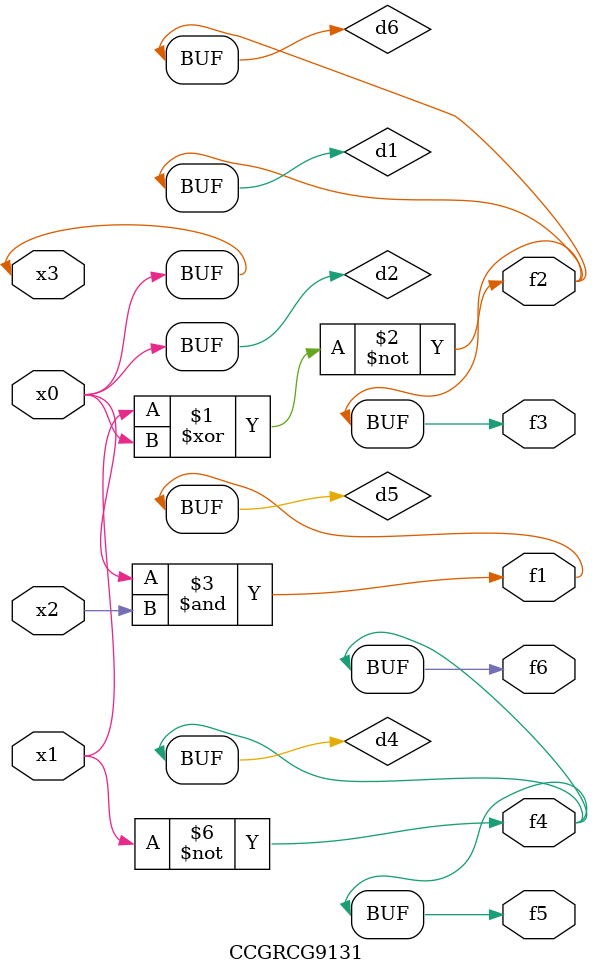
<source format=v>
module CCGRCG9131(
	input x0, x1, x2, x3,
	output f1, f2, f3, f4, f5, f6
);

	wire d1, d2, d3, d4, d5, d6;

	xnor (d1, x1, x3);
	buf (d2, x0, x3);
	nand (d3, x0, x2);
	not (d4, x1);
	nand (d5, d3);
	or (d6, d1);
	assign f1 = d5;
	assign f2 = d6;
	assign f3 = d6;
	assign f4 = d4;
	assign f5 = d4;
	assign f6 = d4;
endmodule

</source>
